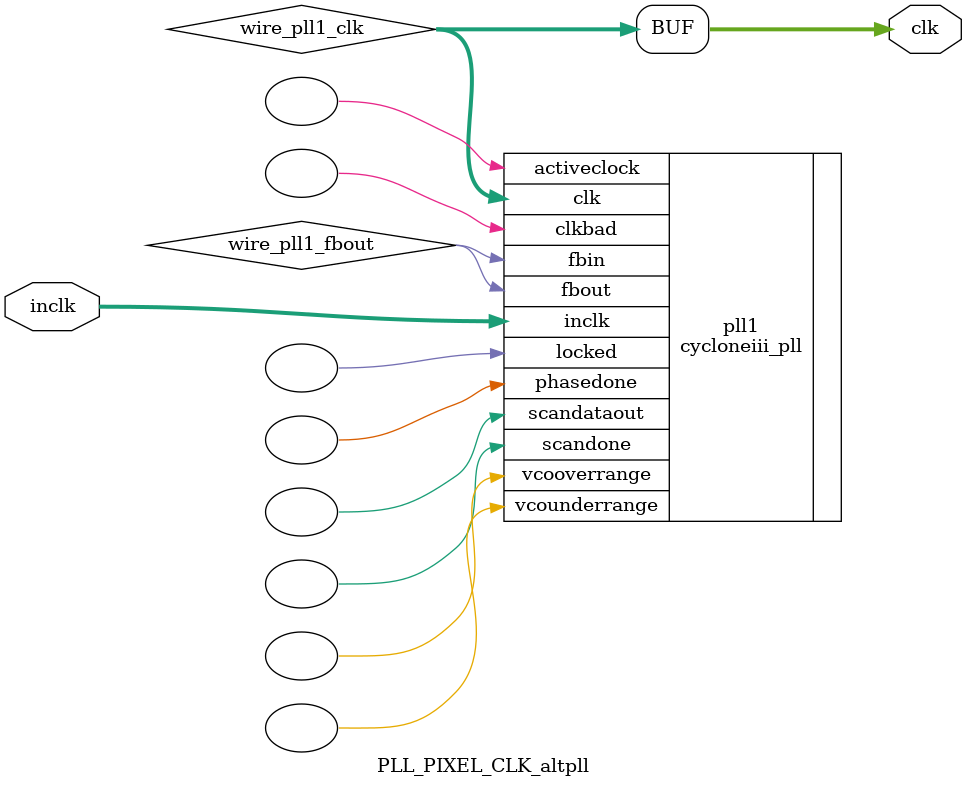
<source format=v>






//synthesis_resources = cycloneiii_pll 1 
//synopsys translate_off
`timescale 1 ps / 1 ps
//synopsys translate_on
module  PLL_PIXEL_CLK_altpll
	( 
	clk,
	inclk) /* synthesis synthesis_clearbox=1 */;
	output   [4:0]  clk;
	input   [1:0]  inclk;
`ifndef ALTERA_RESERVED_QIS
// synopsys translate_off
`endif
	tri0   [1:0]  inclk;
`ifndef ALTERA_RESERVED_QIS
// synopsys translate_on
`endif

	wire  [4:0]   wire_pll1_clk;
	wire  wire_pll1_fbout;

	cycloneiii_pll   pll1
	( 
	.activeclock(),
	.clk(wire_pll1_clk),
	.clkbad(),
	.fbin(wire_pll1_fbout),
	.fbout(wire_pll1_fbout),
	.inclk(inclk),
	.locked(),
	.phasedone(),
	.scandataout(),
	.scandone(),
	.vcooverrange(),
	.vcounderrange()
	`ifndef FORMAL_VERIFICATION
	// synopsys translate_off
	`endif
	,
	.areset(1'b0),
	.clkswitch(1'b0),
	.configupdate(1'b0),
	.pfdena(1'b1),
	.phasecounterselect({3{1'b0}}),
	.phasestep(1'b0),
	.phaseupdown(1'b0),
	.scanclk(1'b0),
	.scanclkena(1'b1),
	.scandata(1'b0)
	`ifndef FORMAL_VERIFICATION
	// synopsys translate_on
	`endif
	);
	defparam
		pll1.bandwidth_type = "auto",
		pll1.clk0_divide_by = 25,
		pll1.clk0_duty_cycle = 50,
		pll1.clk0_multiply_by = 54,
		pll1.clk0_phase_shift = "0",
		pll1.compensate_clock = "clk0",
		pll1.inclk0_input_frequency = 20000,
		pll1.operation_mode = "normal",
		pll1.pll_type = "auto",
		pll1.lpm_type = "cycloneiii_pll";
	assign
		clk = {wire_pll1_clk[4:0]};
endmodule //PLL_PIXEL_CLK_altpll
//VALID FILE

</source>
